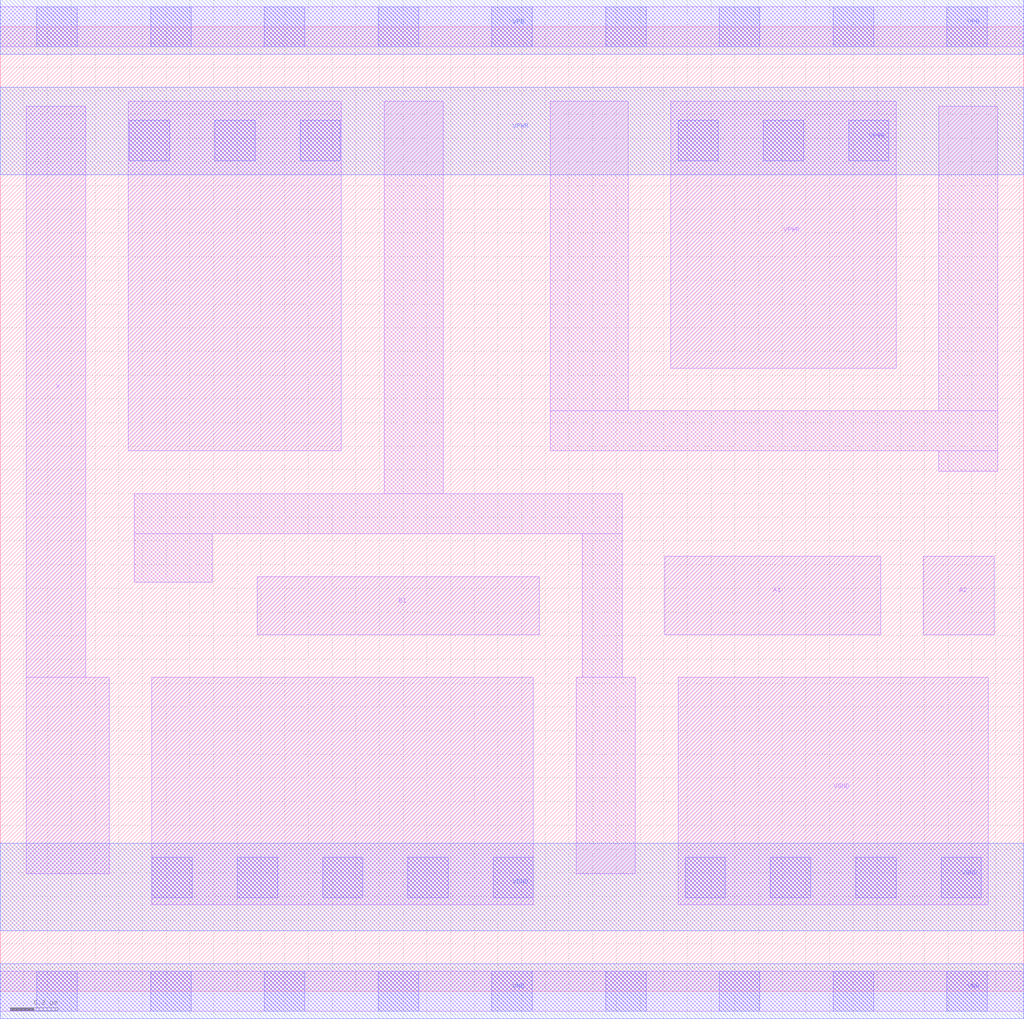
<source format=lef>
# Copyright 2020 The SkyWater PDK Authors
#
# Licensed under the Apache License, Version 2.0 (the "License");
# you may not use this file except in compliance with the License.
# You may obtain a copy of the License at
#
#     https://www.apache.org/licenses/LICENSE-2.0
#
# Unless required by applicable law or agreed to in writing, software
# distributed under the License is distributed on an "AS IS" BASIS,
# WITHOUT WARRANTIES OR CONDITIONS OF ANY KIND, either express or implied.
# See the License for the specific language governing permissions and
# limitations under the License.
#
# SPDX-License-Identifier: Apache-2.0

VERSION 5.7 ;
  NAMESCASESENSITIVE ON ;
  NOWIREEXTENSIONATPIN ON ;
  DIVIDERCHAR "/" ;
  BUSBITCHARS "[]" ;
UNITS
  DATABASE MICRONS 200 ;
END UNITS
MACRO sky130_fd_sc_hvl__a21o_1
  CLASS CORE ;
  SOURCE USER ;
  FOREIGN sky130_fd_sc_hvl__a21o_1 ;
  ORIGIN  0.000000  0.000000 ;
  SIZE  4.320000 BY  4.070000 ;
  SYMMETRY X Y ;
  SITE unithv ;
  PIN A1
    ANTENNAGATEAREA  1.125000 ;
    DIRECTION INPUT ;
    USE SIGNAL ;
    PORT
      LAYER li1 ;
        RECT 2.805000 1.505000 3.715000 1.835000 ;
    END
  END A1
  PIN A2
    ANTENNAGATEAREA  1.125000 ;
    DIRECTION INPUT ;
    USE SIGNAL ;
    PORT
      LAYER li1 ;
        RECT 3.895000 1.505000 4.195000 1.835000 ;
    END
  END A2
  PIN B1
    ANTENNAGATEAREA  1.125000 ;
    DIRECTION INPUT ;
    USE SIGNAL ;
    PORT
      LAYER li1 ;
        RECT 1.085000 1.505000 2.275000 1.750000 ;
    END
  END B1
  PIN X
    ANTENNADIFFAREA  0.611250 ;
    DIRECTION OUTPUT ;
    USE SIGNAL ;
    PORT
      LAYER li1 ;
        RECT 0.110000 0.495000 0.460000 1.325000 ;
        RECT 0.110000 1.325000 0.360000 3.735000 ;
    END
  END X
  PIN VGND
    DIRECTION INOUT ;
    USE GROUND ;
    PORT
      LAYER li1 ;
        RECT 0.640000 0.365000 2.250000 1.325000 ;
        RECT 2.860000 0.365000 4.170000 1.325000 ;
      LAYER mcon ;
        RECT 0.640000 0.395000 0.810000 0.565000 ;
        RECT 1.000000 0.395000 1.170000 0.565000 ;
        RECT 1.360000 0.395000 1.530000 0.565000 ;
        RECT 1.720000 0.395000 1.890000 0.565000 ;
        RECT 2.080000 0.395000 2.250000 0.565000 ;
        RECT 2.890000 0.395000 3.060000 0.565000 ;
        RECT 3.250000 0.395000 3.420000 0.565000 ;
        RECT 3.610000 0.395000 3.780000 0.565000 ;
        RECT 3.970000 0.395000 4.140000 0.565000 ;
      LAYER met1 ;
        RECT 0.000000 0.255000 4.320000 0.625000 ;
    END
  END VGND
  PIN VNB
    DIRECTION INOUT ;
    USE GROUND ;
    PORT
      LAYER li1 ;
        RECT 0.000000 -0.085000 4.320000 0.085000 ;
      LAYER mcon ;
        RECT 0.155000 -0.085000 0.325000 0.085000 ;
        RECT 0.635000 -0.085000 0.805000 0.085000 ;
        RECT 1.115000 -0.085000 1.285000 0.085000 ;
        RECT 1.595000 -0.085000 1.765000 0.085000 ;
        RECT 2.075000 -0.085000 2.245000 0.085000 ;
        RECT 2.555000 -0.085000 2.725000 0.085000 ;
        RECT 3.035000 -0.085000 3.205000 0.085000 ;
        RECT 3.515000 -0.085000 3.685000 0.085000 ;
        RECT 3.995000 -0.085000 4.165000 0.085000 ;
      LAYER met1 ;
        RECT 0.000000 -0.115000 4.320000 0.115000 ;
    END
  END VNB
  PIN VPB
    DIRECTION INOUT ;
    USE POWER ;
    PORT
      LAYER li1 ;
        RECT 0.000000 3.985000 4.320000 4.155000 ;
      LAYER mcon ;
        RECT 0.155000 3.985000 0.325000 4.155000 ;
        RECT 0.635000 3.985000 0.805000 4.155000 ;
        RECT 1.115000 3.985000 1.285000 4.155000 ;
        RECT 1.595000 3.985000 1.765000 4.155000 ;
        RECT 2.075000 3.985000 2.245000 4.155000 ;
        RECT 2.555000 3.985000 2.725000 4.155000 ;
        RECT 3.035000 3.985000 3.205000 4.155000 ;
        RECT 3.515000 3.985000 3.685000 4.155000 ;
        RECT 3.995000 3.985000 4.165000 4.155000 ;
      LAYER met1 ;
        RECT 0.000000 3.955000 4.320000 4.185000 ;
    END
  END VPB
  PIN VPWR
    DIRECTION INOUT ;
    USE POWER ;
    PORT
      LAYER li1 ;
        RECT 0.540000 2.280000 1.440000 3.755000 ;
        RECT 2.830000 2.630000 3.780000 3.755000 ;
      LAYER mcon ;
        RECT 0.545000 3.505000 0.715000 3.675000 ;
        RECT 0.905000 3.505000 1.075000 3.675000 ;
        RECT 1.265000 3.505000 1.435000 3.675000 ;
        RECT 2.860000 3.505000 3.030000 3.675000 ;
        RECT 3.220000 3.505000 3.390000 3.675000 ;
        RECT 3.580000 3.505000 3.750000 3.675000 ;
      LAYER met1 ;
        RECT 0.000000 3.445000 4.320000 3.815000 ;
    END
  END VPWR
  OBS
    LAYER li1 ;
      RECT 0.565000 1.725000 0.895000 1.930000 ;
      RECT 0.565000 1.930000 2.625000 2.100000 ;
      RECT 1.620000 2.100000 1.870000 3.755000 ;
      RECT 2.320000 2.280000 4.210000 2.450000 ;
      RECT 2.320000 2.450000 2.650000 3.755000 ;
      RECT 2.430000 0.495000 2.680000 1.325000 ;
      RECT 2.455000 1.325000 2.625000 1.930000 ;
      RECT 3.960000 2.195000 4.210000 2.280000 ;
      RECT 3.960000 2.450000 4.210000 3.735000 ;
  END
END sky130_fd_sc_hvl__a21o_1

</source>
